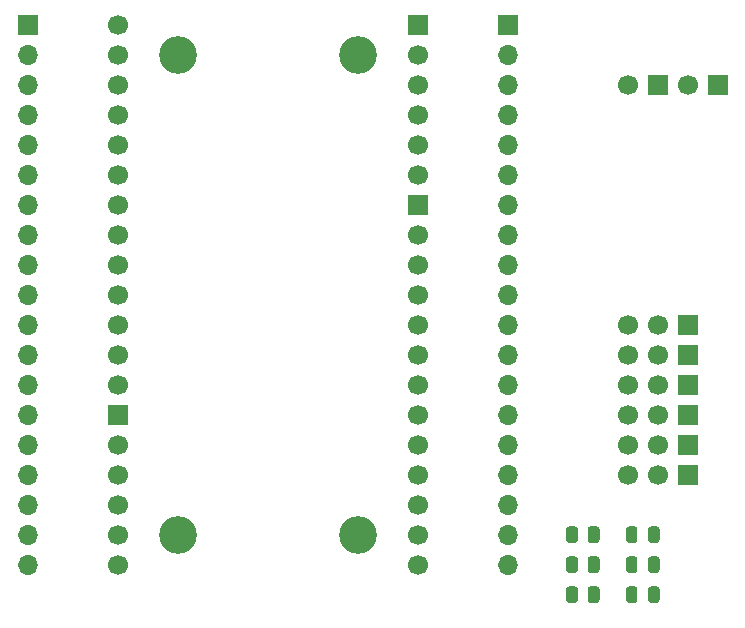
<source format=gbr>
%TF.GenerationSoftware,KiCad,Pcbnew,5.1.10-88a1d61d58~90~ubuntu20.04.1*%
%TF.CreationDate,2021-09-15T12:25:38+00:00*%
%TF.ProjectId,WifiServoBridge,57696669-5365-4727-966f-427269646765,rev?*%
%TF.SameCoordinates,Original*%
%TF.FileFunction,Soldermask,Top*%
%TF.FilePolarity,Negative*%
%FSLAX46Y46*%
G04 Gerber Fmt 4.6, Leading zero omitted, Abs format (unit mm)*
G04 Created by KiCad (PCBNEW 5.1.10-88a1d61d58~90~ubuntu20.04.1) date 2021-09-15 12:25:38*
%MOMM*%
%LPD*%
G01*
G04 APERTURE LIST*
%ADD10C,3.200000*%
%ADD11O,1.700000X1.700000*%
%ADD12R,1.700000X1.700000*%
%ADD13C,1.700000*%
G04 APERTURE END LIST*
D10*
%TO.C,REF\u002A\u002A*%
X379730000Y86360000D03*
%TD*%
%TO.C,REF\u002A\u002A*%
X379730000Y127000000D03*
%TD*%
%TO.C,REF\u002A\u002A*%
X364490000Y86360000D03*
%TD*%
%TO.C,REF\u002A\u002A*%
X364490000Y127000000D03*
%TD*%
D11*
%TO.C,J4*%
X392430000Y83820000D03*
X392430000Y86360000D03*
X392430000Y88900000D03*
X392430000Y91440000D03*
X392430000Y93980000D03*
X392430000Y96520000D03*
X392430000Y99060000D03*
X392430000Y101600000D03*
X392430000Y104140000D03*
X392430000Y106680000D03*
X392430000Y109220000D03*
X392430000Y111760000D03*
X392430000Y114300000D03*
X392430000Y116840000D03*
X392430000Y119380000D03*
X392430000Y121920000D03*
X392430000Y124460000D03*
X392430000Y127000000D03*
D12*
X392430000Y129540000D03*
%TD*%
D11*
%TO.C,J3*%
X351790000Y83820000D03*
X351790000Y86360000D03*
X351790000Y88900000D03*
X351790000Y91440000D03*
X351790000Y93980000D03*
X351790000Y96520000D03*
X351790000Y99060000D03*
X351790000Y101600000D03*
X351790000Y104140000D03*
X351790000Y106680000D03*
X351790000Y109220000D03*
X351790000Y111760000D03*
X351790000Y114300000D03*
X351790000Y116840000D03*
X351790000Y119380000D03*
X351790000Y121920000D03*
X351790000Y124460000D03*
X351790000Y127000000D03*
D12*
X351790000Y129540000D03*
%TD*%
%TO.C,J1*%
X410210000Y124460000D03*
D13*
X407670000Y124460000D03*
%TD*%
%TO.C,J2*%
X402590000Y124460000D03*
D12*
X405130000Y124460000D03*
%TD*%
D13*
%TO.C,J5*%
X402590000Y104140000D03*
X405130000Y104140000D03*
D12*
X407670000Y104140000D03*
%TD*%
%TO.C,J6*%
X407670000Y101600000D03*
D13*
X405130000Y101600000D03*
X402590000Y101600000D03*
%TD*%
%TO.C,J7*%
X402590000Y99060000D03*
X405130000Y99060000D03*
D12*
X407670000Y99060000D03*
%TD*%
%TO.C,J8*%
X407670000Y96520000D03*
D13*
X405130000Y96520000D03*
X402590000Y96520000D03*
%TD*%
%TO.C,J9*%
X402590000Y93980000D03*
X405130000Y93980000D03*
D12*
X407670000Y93980000D03*
%TD*%
%TO.C,J10*%
X407670000Y91440000D03*
D13*
X405130000Y91440000D03*
X402590000Y91440000D03*
%TD*%
%TO.C,U1*%
X359410000Y129540000D03*
X359410000Y127000000D03*
X359410000Y124460000D03*
X359410000Y121920000D03*
X359410000Y119380000D03*
X359410000Y116840000D03*
X359410000Y114300000D03*
X359410000Y111760000D03*
X359410000Y109220000D03*
X359410000Y106680000D03*
X359410000Y104140000D03*
X359410000Y101600000D03*
X359410000Y99060000D03*
D12*
X359410000Y96520000D03*
D13*
X359410000Y93980000D03*
X359410000Y91440000D03*
X359410000Y88900000D03*
X359410000Y86360000D03*
X359410000Y83820000D03*
D12*
X384810000Y129540000D03*
D13*
X384810000Y127000000D03*
X384810000Y124460000D03*
X384810000Y121920000D03*
X384810000Y119380000D03*
X384810000Y116840000D03*
D12*
X384810000Y114300000D03*
D13*
X384810000Y111760000D03*
X384810000Y109220000D03*
X384810000Y106680000D03*
X384810000Y104140000D03*
X384810000Y101600000D03*
X384810000Y99060000D03*
X384810000Y96520000D03*
X384810000Y93980000D03*
X384810000Y91440000D03*
X384810000Y88900000D03*
X384810000Y86360000D03*
X384810000Y83820000D03*
%TD*%
%TO.C,D2*%
G36*
G01*
X405285000Y84276250D02*
X405285000Y83363750D01*
G75*
G02*
X405041250Y83120000I-243750J0D01*
G01*
X404553750Y83120000D01*
G75*
G02*
X404310000Y83363750I0J243750D01*
G01*
X404310000Y84276250D01*
G75*
G02*
X404553750Y84520000I243750J0D01*
G01*
X405041250Y84520000D01*
G75*
G02*
X405285000Y84276250I0J-243750D01*
G01*
G37*
G36*
G01*
X403410000Y84276250D02*
X403410000Y83363750D01*
G75*
G02*
X403166250Y83120000I-243750J0D01*
G01*
X402678750Y83120000D01*
G75*
G02*
X402435000Y83363750I0J243750D01*
G01*
X402435000Y84276250D01*
G75*
G02*
X402678750Y84520000I243750J0D01*
G01*
X403166250Y84520000D01*
G75*
G02*
X403410000Y84276250I0J-243750D01*
G01*
G37*
%TD*%
%TO.C,D3*%
G36*
G01*
X403410000Y81736250D02*
X403410000Y80823750D01*
G75*
G02*
X403166250Y80580000I-243750J0D01*
G01*
X402678750Y80580000D01*
G75*
G02*
X402435000Y80823750I0J243750D01*
G01*
X402435000Y81736250D01*
G75*
G02*
X402678750Y81980000I243750J0D01*
G01*
X403166250Y81980000D01*
G75*
G02*
X403410000Y81736250I0J-243750D01*
G01*
G37*
G36*
G01*
X405285000Y81736250D02*
X405285000Y80823750D01*
G75*
G02*
X405041250Y80580000I-243750J0D01*
G01*
X404553750Y80580000D01*
G75*
G02*
X404310000Y80823750I0J243750D01*
G01*
X404310000Y81736250D01*
G75*
G02*
X404553750Y81980000I243750J0D01*
G01*
X405041250Y81980000D01*
G75*
G02*
X405285000Y81736250I0J-243750D01*
G01*
G37*
%TD*%
%TO.C,R2*%
G36*
G01*
X400205000Y84270002D02*
X400205000Y83369998D01*
G75*
G02*
X399955002Y83120000I-249998J0D01*
G01*
X399429998Y83120000D01*
G75*
G02*
X399180000Y83369998I0J249998D01*
G01*
X399180000Y84270002D01*
G75*
G02*
X399429998Y84520000I249998J0D01*
G01*
X399955002Y84520000D01*
G75*
G02*
X400205000Y84270002I0J-249998D01*
G01*
G37*
G36*
G01*
X398380000Y84270002D02*
X398380000Y83369998D01*
G75*
G02*
X398130002Y83120000I-249998J0D01*
G01*
X397604998Y83120000D01*
G75*
G02*
X397355000Y83369998I0J249998D01*
G01*
X397355000Y84270002D01*
G75*
G02*
X397604998Y84520000I249998J0D01*
G01*
X398130002Y84520000D01*
G75*
G02*
X398380000Y84270002I0J-249998D01*
G01*
G37*
%TD*%
%TO.C,R3*%
G36*
G01*
X398380000Y81730002D02*
X398380000Y80829998D01*
G75*
G02*
X398130002Y80580000I-249998J0D01*
G01*
X397604998Y80580000D01*
G75*
G02*
X397355000Y80829998I0J249998D01*
G01*
X397355000Y81730002D01*
G75*
G02*
X397604998Y81980000I249998J0D01*
G01*
X398130002Y81980000D01*
G75*
G02*
X398380000Y81730002I0J-249998D01*
G01*
G37*
G36*
G01*
X400205000Y81730002D02*
X400205000Y80829998D01*
G75*
G02*
X399955002Y80580000I-249998J0D01*
G01*
X399429998Y80580000D01*
G75*
G02*
X399180000Y80829998I0J249998D01*
G01*
X399180000Y81730002D01*
G75*
G02*
X399429998Y81980000I249998J0D01*
G01*
X399955002Y81980000D01*
G75*
G02*
X400205000Y81730002I0J-249998D01*
G01*
G37*
%TD*%
%TO.C,D1*%
G36*
G01*
X405285000Y86816250D02*
X405285000Y85903750D01*
G75*
G02*
X405041250Y85660000I-243750J0D01*
G01*
X404553750Y85660000D01*
G75*
G02*
X404310000Y85903750I0J243750D01*
G01*
X404310000Y86816250D01*
G75*
G02*
X404553750Y87060000I243750J0D01*
G01*
X405041250Y87060000D01*
G75*
G02*
X405285000Y86816250I0J-243750D01*
G01*
G37*
G36*
G01*
X403410000Y86816250D02*
X403410000Y85903750D01*
G75*
G02*
X403166250Y85660000I-243750J0D01*
G01*
X402678750Y85660000D01*
G75*
G02*
X402435000Y85903750I0J243750D01*
G01*
X402435000Y86816250D01*
G75*
G02*
X402678750Y87060000I243750J0D01*
G01*
X403166250Y87060000D01*
G75*
G02*
X403410000Y86816250I0J-243750D01*
G01*
G37*
%TD*%
%TO.C,R1*%
G36*
G01*
X400205000Y86810002D02*
X400205000Y85909998D01*
G75*
G02*
X399955002Y85660000I-249998J0D01*
G01*
X399429998Y85660000D01*
G75*
G02*
X399180000Y85909998I0J249998D01*
G01*
X399180000Y86810002D01*
G75*
G02*
X399429998Y87060000I249998J0D01*
G01*
X399955002Y87060000D01*
G75*
G02*
X400205000Y86810002I0J-249998D01*
G01*
G37*
G36*
G01*
X398380000Y86810002D02*
X398380000Y85909998D01*
G75*
G02*
X398130002Y85660000I-249998J0D01*
G01*
X397604998Y85660000D01*
G75*
G02*
X397355000Y85909998I0J249998D01*
G01*
X397355000Y86810002D01*
G75*
G02*
X397604998Y87060000I249998J0D01*
G01*
X398130002Y87060000D01*
G75*
G02*
X398380000Y86810002I0J-249998D01*
G01*
G37*
%TD*%
M02*

</source>
